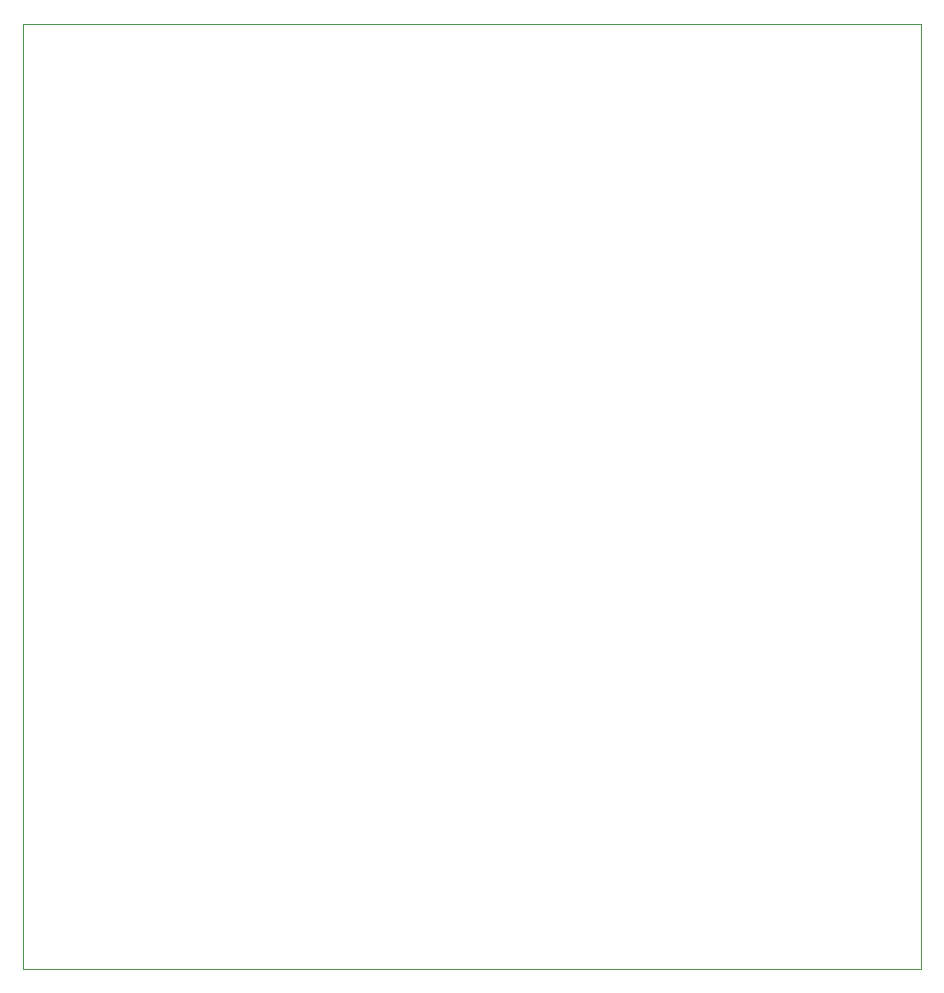
<source format=gbr>
%TF.GenerationSoftware,KiCad,Pcbnew,(5.1.8)-1*%
%TF.CreationDate,2021-01-04T15:21:09+00:00*%
%TF.ProjectId,main,6d61696e-2e6b-4696-9361-645f70636258,2.2*%
%TF.SameCoordinates,Original*%
%TF.FileFunction,Profile,NP*%
%FSLAX46Y46*%
G04 Gerber Fmt 4.6, Leading zero omitted, Abs format (unit mm)*
G04 Created by KiCad (PCBNEW (5.1.8)-1) date 2021-01-04 15:21:09*
%MOMM*%
%LPD*%
G01*
G04 APERTURE LIST*
%TA.AperFunction,Profile*%
%ADD10C,0.100000*%
%TD*%
G04 APERTURE END LIST*
D10*
X186000000Y-50000000D02*
X110000000Y-50000000D01*
X186000000Y-50000000D02*
X186000000Y-130000000D01*
X110000000Y-130000000D02*
X110000000Y-50000000D01*
X186000000Y-130000000D02*
X110000000Y-130000000D01*
M02*

</source>
